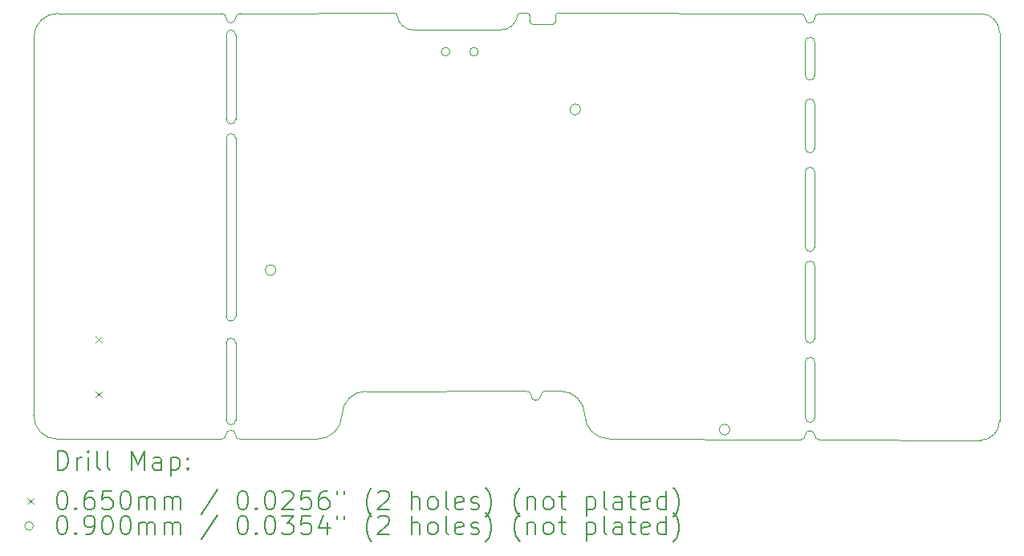
<source format=gbr>
%FSLAX45Y45*%
G04 Gerber Fmt 4.5, Leading zero omitted, Abs format (unit mm)*
G04 Created by KiCad (PCBNEW (6.0.0)) date 2022-01-31 09:48:51*
%MOMM*%
%LPD*%
G01*
G04 APERTURE LIST*
%TA.AperFunction,Profile*%
%ADD10C,0.050000*%
%TD*%
%ADD11C,0.200000*%
%ADD12C,0.065000*%
%ADD13C,0.090000*%
G04 APERTURE END LIST*
D10*
X22206400Y-13589000D02*
G75*
G03*
X22206400Y-13589000I-57600J0D01*
G01*
X25050000Y-9400000D02*
X25050000Y-13500000D01*
X23100000Y-9498800D02*
G75*
G03*
X23000000Y-9498800I-50000J0D01*
G01*
X24850000Y-9200000D02*
X23149921Y-9200241D01*
X22951079Y-9200241D02*
X20391481Y-9195161D01*
X24850000Y-13700000D02*
X23149921Y-13695680D01*
X22951079Y-13695319D02*
X20931423Y-13687311D01*
X23000000Y-10150000D02*
X23000000Y-10200000D01*
X23100000Y-10200000D02*
X23100000Y-10150000D01*
X23100000Y-10150000D02*
G75*
G03*
X23000000Y-10150000I-50000J0D01*
G01*
X23000000Y-10500000D02*
X23000000Y-10618000D01*
X23100000Y-10618000D02*
X23100000Y-10500000D01*
X23000000Y-10618000D02*
G75*
G03*
X23100000Y-10618000I50000J0D01*
G01*
X23000000Y-10870400D02*
X23000000Y-11000000D01*
X23100000Y-11000000D02*
X23100000Y-10870400D01*
X23100000Y-10870400D02*
G75*
G03*
X23000000Y-10870400I-50000J0D01*
G01*
X23000000Y-11659400D02*
G75*
G03*
X23100000Y-11659400I50000J0D01*
G01*
X23000000Y-11861000D02*
X23000000Y-12624600D01*
X23100000Y-12624600D02*
X23100000Y-11861000D01*
X23100000Y-11861000D02*
G75*
G03*
X23000000Y-11861000I-50000J0D01*
G01*
X23000000Y-12624600D02*
G75*
G03*
X23100000Y-12624600I50000J0D01*
G01*
X23000000Y-12877000D02*
X23000000Y-13300000D01*
X23100000Y-13300000D02*
X23100000Y-12877000D01*
X23100000Y-12877000D02*
G75*
G03*
X23000000Y-12877000I-50000J0D01*
G01*
X23000000Y-13300000D02*
X23000000Y-13462800D01*
X23100000Y-13462800D02*
X23100000Y-13300000D01*
X23000000Y-13462800D02*
G75*
G03*
X23100000Y-13462800I50000J0D01*
G01*
X23100000Y-9498800D02*
X23100000Y-9850000D01*
X23000000Y-9850000D02*
X23000000Y-9498800D01*
X23100000Y-10500000D02*
X23100000Y-10200000D01*
X23000000Y-10200000D02*
X23000000Y-10500000D01*
X23100000Y-11000000D02*
X23100000Y-11659400D01*
X23000000Y-11659400D02*
X23000000Y-11000000D01*
X16991000Y-11734800D02*
X16991000Y-12394200D01*
X20091400Y-9281160D02*
G75*
G03*
X20116800Y-9306560I25400J0D01*
G01*
X18694400Y-9220200D02*
G75*
G03*
X18669000Y-9194800I-25400J0D01*
G01*
X20066000Y-9194800D02*
X19989800Y-9194800D01*
X24850000Y-13700000D02*
G75*
G03*
X25050000Y-13500000I0J200000D01*
G01*
X20673813Y-13436921D02*
G75*
G03*
X20419813Y-13182921I-254000J0D01*
G01*
X16840200Y-13690600D02*
G75*
G03*
X16891000Y-13639800I0J50800D01*
G01*
X16891000Y-11605200D02*
X16891000Y-10769600D01*
X20391481Y-9195161D02*
G75*
G03*
X20366081Y-9220561I0J-25400D01*
G01*
X20091400Y-9220200D02*
X20091400Y-9281160D01*
X20091400Y-9220200D02*
G75*
G03*
X20066000Y-9194800I-25400J0D01*
G01*
X16891800Y-9422600D02*
X16891800Y-9552200D01*
X16891000Y-13488200D02*
G75*
G03*
X16991000Y-13488200I50000J0D01*
G01*
X16891800Y-10514800D02*
X16891000Y-10769600D01*
X16889122Y-9246430D02*
G75*
G03*
X16989122Y-9246430I50000J452D01*
G01*
X16991800Y-9552200D02*
X16991800Y-10313200D01*
X18694400Y-9220200D02*
G75*
G03*
X18872200Y-9372600I175082J24345D01*
G01*
X20109119Y-13232359D02*
G75*
G03*
X20208240Y-13233400I49571J443D01*
G01*
X23149921Y-9200241D02*
G75*
G03*
X23099121Y-9251041I0J-50800D01*
G01*
X17854395Y-13688795D02*
X17039042Y-13690961D01*
X20673813Y-13436921D02*
G75*
G03*
X20931423Y-13687311I257610J7324D01*
G01*
X20259040Y-13182600D02*
X20419813Y-13182921D01*
X20631600Y-10210800D02*
G75*
G03*
X20631600Y-10210800I-57600J0D01*
G01*
X20340681Y-9306560D02*
G75*
G03*
X20366081Y-9281160I0J25400D01*
G01*
X20060198Y-13182600D02*
X18366005Y-13184405D01*
X14859000Y-13436600D02*
G75*
G03*
X15113000Y-13690600I254000J0D01*
G01*
X16991000Y-12853400D02*
X16991000Y-13488200D01*
X23100000Y-13650000D02*
G75*
G03*
X23149921Y-13695680I45860J0D01*
G01*
X17854395Y-13688795D02*
G75*
G03*
X18112005Y-13438405I0J257715D01*
G01*
X23000000Y-9850000D02*
G75*
G03*
X23100000Y-9850000I50000J0D01*
G01*
X23100000Y-9250000D02*
X23100000Y-9250000D01*
X16891000Y-13488200D02*
X16891000Y-12853400D01*
X17416600Y-11906000D02*
G75*
G03*
X17416600Y-11906000I-57600J0D01*
G01*
X16891000Y-11605200D02*
X16891000Y-11734800D01*
X16991800Y-10514800D02*
G75*
G03*
X16891800Y-10514800I-50000J0D01*
G01*
X16991000Y-12673800D02*
G75*
G03*
X16891000Y-12673800I-50000J0D01*
G01*
X18872200Y-9372600D02*
X19786600Y-9372600D01*
X25050000Y-9400000D02*
G75*
G03*
X24850000Y-9200000I-200000J0D01*
G01*
X19989800Y-9194800D02*
G75*
G03*
X19964400Y-9220200I0J-25400D01*
G01*
X18669000Y-9194800D02*
X17039043Y-9196671D01*
X16891000Y-12394200D02*
X16891000Y-11734800D01*
X17039043Y-9196671D02*
G75*
G03*
X16989122Y-9246430I0J-49921D01*
G01*
X20366081Y-9220561D02*
X20366081Y-9281160D01*
X18366005Y-13184405D02*
G75*
G03*
X18112005Y-13438405I0J-254000D01*
G01*
X20109119Y-13232359D02*
G75*
G03*
X20060198Y-13182600I-48922J830D01*
G01*
X15114805Y-9196605D02*
G75*
G03*
X14860805Y-9450605I0J-254000D01*
G01*
X19786600Y-9372600D02*
G75*
G03*
X19964400Y-9220200I0J179917D01*
G01*
X16889122Y-9246430D02*
G75*
G03*
X16840201Y-9196671I-48925J827D01*
G01*
X14859000Y-13436600D02*
X14860805Y-9450605D01*
X16991000Y-10769600D02*
X16991800Y-10514800D01*
X23000000Y-9250000D02*
G75*
G03*
X23099121Y-9251041I49571J443D01*
G01*
X20340681Y-9306560D02*
X20116800Y-9306560D01*
X16989121Y-13645281D02*
G75*
G03*
X17039042Y-13690961I45860J0D01*
G01*
X16991800Y-9422600D02*
G75*
G03*
X16891800Y-9422600I-50000J0D01*
G01*
X16991800Y-9552200D02*
X16991800Y-9422600D01*
X22951079Y-13695319D02*
G75*
G03*
X23001879Y-13644519I0J50800D01*
G01*
X16891800Y-10313200D02*
G75*
G03*
X16991800Y-10313200I50000J0D01*
G01*
X16989121Y-13645281D02*
G75*
G03*
X16891000Y-13639800I-49214J0D01*
G01*
X16991000Y-11734800D02*
X16991000Y-11605200D01*
X16840200Y-13690600D02*
X15113000Y-13690600D01*
X16891000Y-12394200D02*
G75*
G03*
X16991000Y-12394200I50000J0D01*
G01*
X16991000Y-12853400D02*
X16991000Y-12673800D01*
X23000000Y-9250000D02*
G75*
G03*
X22951079Y-9200241I-48922J830D01*
G01*
X20259040Y-13182600D02*
G75*
G03*
X20208240Y-13233400I0J-50800D01*
G01*
X16891800Y-10313200D02*
X16891800Y-9552200D01*
X16891000Y-12673800D02*
X16891000Y-12853400D01*
X16989122Y-9246430D02*
X16989122Y-9246430D01*
X23100000Y-13650000D02*
G75*
G03*
X23001879Y-13644519I-49214J0D01*
G01*
X16840201Y-9196671D02*
X15114805Y-9196605D01*
X16991000Y-10769600D02*
X16991000Y-11605200D01*
D11*
D12*
X15513100Y-12607100D02*
X15578100Y-12672100D01*
X15578100Y-12607100D02*
X15513100Y-12672100D01*
X15513100Y-13185100D02*
X15578100Y-13250100D01*
X15578100Y-13185100D02*
X15513100Y-13250100D01*
D13*
X19249800Y-9601200D02*
G75*
G03*
X19249800Y-9601200I-45000J0D01*
G01*
X19549800Y-9601200D02*
G75*
G03*
X19549800Y-9601200I-45000J0D01*
G01*
D11*
X15114119Y-14012976D02*
X15114119Y-13812976D01*
X15161738Y-13812976D01*
X15190309Y-13822500D01*
X15209357Y-13841548D01*
X15218881Y-13860595D01*
X15228405Y-13898690D01*
X15228405Y-13927262D01*
X15218881Y-13965357D01*
X15209357Y-13984405D01*
X15190309Y-14003452D01*
X15161738Y-14012976D01*
X15114119Y-14012976D01*
X15314119Y-14012976D02*
X15314119Y-13879643D01*
X15314119Y-13917738D02*
X15323643Y-13898690D01*
X15333167Y-13889167D01*
X15352214Y-13879643D01*
X15371262Y-13879643D01*
X15437928Y-14012976D02*
X15437928Y-13879643D01*
X15437928Y-13812976D02*
X15428405Y-13822500D01*
X15437928Y-13832024D01*
X15447452Y-13822500D01*
X15437928Y-13812976D01*
X15437928Y-13832024D01*
X15561738Y-14012976D02*
X15542690Y-14003452D01*
X15533167Y-13984405D01*
X15533167Y-13812976D01*
X15666500Y-14012976D02*
X15647452Y-14003452D01*
X15637928Y-13984405D01*
X15637928Y-13812976D01*
X15895071Y-14012976D02*
X15895071Y-13812976D01*
X15961738Y-13955833D01*
X16028405Y-13812976D01*
X16028405Y-14012976D01*
X16209357Y-14012976D02*
X16209357Y-13908214D01*
X16199833Y-13889167D01*
X16180786Y-13879643D01*
X16142690Y-13879643D01*
X16123643Y-13889167D01*
X16209357Y-14003452D02*
X16190309Y-14012976D01*
X16142690Y-14012976D01*
X16123643Y-14003452D01*
X16114119Y-13984405D01*
X16114119Y-13965357D01*
X16123643Y-13946309D01*
X16142690Y-13936786D01*
X16190309Y-13936786D01*
X16209357Y-13927262D01*
X16304595Y-13879643D02*
X16304595Y-14079643D01*
X16304595Y-13889167D02*
X16323643Y-13879643D01*
X16361738Y-13879643D01*
X16380786Y-13889167D01*
X16390309Y-13898690D01*
X16399833Y-13917738D01*
X16399833Y-13974881D01*
X16390309Y-13993928D01*
X16380786Y-14003452D01*
X16361738Y-14012976D01*
X16323643Y-14012976D01*
X16304595Y-14003452D01*
X16485548Y-13993928D02*
X16495071Y-14003452D01*
X16485548Y-14012976D01*
X16476024Y-14003452D01*
X16485548Y-13993928D01*
X16485548Y-14012976D01*
X16485548Y-13889167D02*
X16495071Y-13898690D01*
X16485548Y-13908214D01*
X16476024Y-13898690D01*
X16485548Y-13889167D01*
X16485548Y-13908214D01*
D12*
X14791500Y-14310000D02*
X14856500Y-14375000D01*
X14856500Y-14310000D02*
X14791500Y-14375000D01*
D11*
X15152214Y-14232976D02*
X15171262Y-14232976D01*
X15190309Y-14242500D01*
X15199833Y-14252024D01*
X15209357Y-14271071D01*
X15218881Y-14309167D01*
X15218881Y-14356786D01*
X15209357Y-14394881D01*
X15199833Y-14413928D01*
X15190309Y-14423452D01*
X15171262Y-14432976D01*
X15152214Y-14432976D01*
X15133167Y-14423452D01*
X15123643Y-14413928D01*
X15114119Y-14394881D01*
X15104595Y-14356786D01*
X15104595Y-14309167D01*
X15114119Y-14271071D01*
X15123643Y-14252024D01*
X15133167Y-14242500D01*
X15152214Y-14232976D01*
X15304595Y-14413928D02*
X15314119Y-14423452D01*
X15304595Y-14432976D01*
X15295071Y-14423452D01*
X15304595Y-14413928D01*
X15304595Y-14432976D01*
X15485548Y-14232976D02*
X15447452Y-14232976D01*
X15428405Y-14242500D01*
X15418881Y-14252024D01*
X15399833Y-14280595D01*
X15390309Y-14318690D01*
X15390309Y-14394881D01*
X15399833Y-14413928D01*
X15409357Y-14423452D01*
X15428405Y-14432976D01*
X15466500Y-14432976D01*
X15485548Y-14423452D01*
X15495071Y-14413928D01*
X15504595Y-14394881D01*
X15504595Y-14347262D01*
X15495071Y-14328214D01*
X15485548Y-14318690D01*
X15466500Y-14309167D01*
X15428405Y-14309167D01*
X15409357Y-14318690D01*
X15399833Y-14328214D01*
X15390309Y-14347262D01*
X15685548Y-14232976D02*
X15590309Y-14232976D01*
X15580786Y-14328214D01*
X15590309Y-14318690D01*
X15609357Y-14309167D01*
X15656976Y-14309167D01*
X15676024Y-14318690D01*
X15685548Y-14328214D01*
X15695071Y-14347262D01*
X15695071Y-14394881D01*
X15685548Y-14413928D01*
X15676024Y-14423452D01*
X15656976Y-14432976D01*
X15609357Y-14432976D01*
X15590309Y-14423452D01*
X15580786Y-14413928D01*
X15818881Y-14232976D02*
X15837928Y-14232976D01*
X15856976Y-14242500D01*
X15866500Y-14252024D01*
X15876024Y-14271071D01*
X15885548Y-14309167D01*
X15885548Y-14356786D01*
X15876024Y-14394881D01*
X15866500Y-14413928D01*
X15856976Y-14423452D01*
X15837928Y-14432976D01*
X15818881Y-14432976D01*
X15799833Y-14423452D01*
X15790309Y-14413928D01*
X15780786Y-14394881D01*
X15771262Y-14356786D01*
X15771262Y-14309167D01*
X15780786Y-14271071D01*
X15790309Y-14252024D01*
X15799833Y-14242500D01*
X15818881Y-14232976D01*
X15971262Y-14432976D02*
X15971262Y-14299643D01*
X15971262Y-14318690D02*
X15980786Y-14309167D01*
X15999833Y-14299643D01*
X16028405Y-14299643D01*
X16047452Y-14309167D01*
X16056976Y-14328214D01*
X16056976Y-14432976D01*
X16056976Y-14328214D02*
X16066500Y-14309167D01*
X16085548Y-14299643D01*
X16114119Y-14299643D01*
X16133167Y-14309167D01*
X16142690Y-14328214D01*
X16142690Y-14432976D01*
X16237928Y-14432976D02*
X16237928Y-14299643D01*
X16237928Y-14318690D02*
X16247452Y-14309167D01*
X16266500Y-14299643D01*
X16295071Y-14299643D01*
X16314119Y-14309167D01*
X16323643Y-14328214D01*
X16323643Y-14432976D01*
X16323643Y-14328214D02*
X16333167Y-14309167D01*
X16352214Y-14299643D01*
X16380786Y-14299643D01*
X16399833Y-14309167D01*
X16409357Y-14328214D01*
X16409357Y-14432976D01*
X16799833Y-14223452D02*
X16628405Y-14480595D01*
X17056976Y-14232976D02*
X17076024Y-14232976D01*
X17095071Y-14242500D01*
X17104595Y-14252024D01*
X17114119Y-14271071D01*
X17123643Y-14309167D01*
X17123643Y-14356786D01*
X17114119Y-14394881D01*
X17104595Y-14413928D01*
X17095071Y-14423452D01*
X17076024Y-14432976D01*
X17056976Y-14432976D01*
X17037929Y-14423452D01*
X17028405Y-14413928D01*
X17018881Y-14394881D01*
X17009357Y-14356786D01*
X17009357Y-14309167D01*
X17018881Y-14271071D01*
X17028405Y-14252024D01*
X17037929Y-14242500D01*
X17056976Y-14232976D01*
X17209357Y-14413928D02*
X17218881Y-14423452D01*
X17209357Y-14432976D01*
X17199833Y-14423452D01*
X17209357Y-14413928D01*
X17209357Y-14432976D01*
X17342690Y-14232976D02*
X17361738Y-14232976D01*
X17380786Y-14242500D01*
X17390310Y-14252024D01*
X17399833Y-14271071D01*
X17409357Y-14309167D01*
X17409357Y-14356786D01*
X17399833Y-14394881D01*
X17390310Y-14413928D01*
X17380786Y-14423452D01*
X17361738Y-14432976D01*
X17342690Y-14432976D01*
X17323643Y-14423452D01*
X17314119Y-14413928D01*
X17304595Y-14394881D01*
X17295071Y-14356786D01*
X17295071Y-14309167D01*
X17304595Y-14271071D01*
X17314119Y-14252024D01*
X17323643Y-14242500D01*
X17342690Y-14232976D01*
X17485548Y-14252024D02*
X17495071Y-14242500D01*
X17514119Y-14232976D01*
X17561738Y-14232976D01*
X17580786Y-14242500D01*
X17590310Y-14252024D01*
X17599833Y-14271071D01*
X17599833Y-14290119D01*
X17590310Y-14318690D01*
X17476024Y-14432976D01*
X17599833Y-14432976D01*
X17780786Y-14232976D02*
X17685548Y-14232976D01*
X17676024Y-14328214D01*
X17685548Y-14318690D01*
X17704595Y-14309167D01*
X17752214Y-14309167D01*
X17771262Y-14318690D01*
X17780786Y-14328214D01*
X17790310Y-14347262D01*
X17790310Y-14394881D01*
X17780786Y-14413928D01*
X17771262Y-14423452D01*
X17752214Y-14432976D01*
X17704595Y-14432976D01*
X17685548Y-14423452D01*
X17676024Y-14413928D01*
X17961738Y-14232976D02*
X17923643Y-14232976D01*
X17904595Y-14242500D01*
X17895071Y-14252024D01*
X17876024Y-14280595D01*
X17866500Y-14318690D01*
X17866500Y-14394881D01*
X17876024Y-14413928D01*
X17885548Y-14423452D01*
X17904595Y-14432976D01*
X17942690Y-14432976D01*
X17961738Y-14423452D01*
X17971262Y-14413928D01*
X17980786Y-14394881D01*
X17980786Y-14347262D01*
X17971262Y-14328214D01*
X17961738Y-14318690D01*
X17942690Y-14309167D01*
X17904595Y-14309167D01*
X17885548Y-14318690D01*
X17876024Y-14328214D01*
X17866500Y-14347262D01*
X18056976Y-14232976D02*
X18056976Y-14271071D01*
X18133167Y-14232976D02*
X18133167Y-14271071D01*
X18428405Y-14509167D02*
X18418881Y-14499643D01*
X18399833Y-14471071D01*
X18390310Y-14452024D01*
X18380786Y-14423452D01*
X18371262Y-14375833D01*
X18371262Y-14337738D01*
X18380786Y-14290119D01*
X18390310Y-14261548D01*
X18399833Y-14242500D01*
X18418881Y-14213928D01*
X18428405Y-14204405D01*
X18495071Y-14252024D02*
X18504595Y-14242500D01*
X18523643Y-14232976D01*
X18571262Y-14232976D01*
X18590310Y-14242500D01*
X18599833Y-14252024D01*
X18609357Y-14271071D01*
X18609357Y-14290119D01*
X18599833Y-14318690D01*
X18485548Y-14432976D01*
X18609357Y-14432976D01*
X18847452Y-14432976D02*
X18847452Y-14232976D01*
X18933167Y-14432976D02*
X18933167Y-14328214D01*
X18923643Y-14309167D01*
X18904595Y-14299643D01*
X18876024Y-14299643D01*
X18856976Y-14309167D01*
X18847452Y-14318690D01*
X19056976Y-14432976D02*
X19037929Y-14423452D01*
X19028405Y-14413928D01*
X19018881Y-14394881D01*
X19018881Y-14337738D01*
X19028405Y-14318690D01*
X19037929Y-14309167D01*
X19056976Y-14299643D01*
X19085548Y-14299643D01*
X19104595Y-14309167D01*
X19114119Y-14318690D01*
X19123643Y-14337738D01*
X19123643Y-14394881D01*
X19114119Y-14413928D01*
X19104595Y-14423452D01*
X19085548Y-14432976D01*
X19056976Y-14432976D01*
X19237929Y-14432976D02*
X19218881Y-14423452D01*
X19209357Y-14404405D01*
X19209357Y-14232976D01*
X19390310Y-14423452D02*
X19371262Y-14432976D01*
X19333167Y-14432976D01*
X19314119Y-14423452D01*
X19304595Y-14404405D01*
X19304595Y-14328214D01*
X19314119Y-14309167D01*
X19333167Y-14299643D01*
X19371262Y-14299643D01*
X19390310Y-14309167D01*
X19399833Y-14328214D01*
X19399833Y-14347262D01*
X19304595Y-14366309D01*
X19476024Y-14423452D02*
X19495071Y-14432976D01*
X19533167Y-14432976D01*
X19552214Y-14423452D01*
X19561738Y-14404405D01*
X19561738Y-14394881D01*
X19552214Y-14375833D01*
X19533167Y-14366309D01*
X19504595Y-14366309D01*
X19485548Y-14356786D01*
X19476024Y-14337738D01*
X19476024Y-14328214D01*
X19485548Y-14309167D01*
X19504595Y-14299643D01*
X19533167Y-14299643D01*
X19552214Y-14309167D01*
X19628405Y-14509167D02*
X19637929Y-14499643D01*
X19656976Y-14471071D01*
X19666500Y-14452024D01*
X19676024Y-14423452D01*
X19685548Y-14375833D01*
X19685548Y-14337738D01*
X19676024Y-14290119D01*
X19666500Y-14261548D01*
X19656976Y-14242500D01*
X19637929Y-14213928D01*
X19628405Y-14204405D01*
X19990310Y-14509167D02*
X19980786Y-14499643D01*
X19961738Y-14471071D01*
X19952214Y-14452024D01*
X19942690Y-14423452D01*
X19933167Y-14375833D01*
X19933167Y-14337738D01*
X19942690Y-14290119D01*
X19952214Y-14261548D01*
X19961738Y-14242500D01*
X19980786Y-14213928D01*
X19990310Y-14204405D01*
X20066500Y-14299643D02*
X20066500Y-14432976D01*
X20066500Y-14318690D02*
X20076024Y-14309167D01*
X20095071Y-14299643D01*
X20123643Y-14299643D01*
X20142690Y-14309167D01*
X20152214Y-14328214D01*
X20152214Y-14432976D01*
X20276024Y-14432976D02*
X20256976Y-14423452D01*
X20247452Y-14413928D01*
X20237929Y-14394881D01*
X20237929Y-14337738D01*
X20247452Y-14318690D01*
X20256976Y-14309167D01*
X20276024Y-14299643D01*
X20304595Y-14299643D01*
X20323643Y-14309167D01*
X20333167Y-14318690D01*
X20342690Y-14337738D01*
X20342690Y-14394881D01*
X20333167Y-14413928D01*
X20323643Y-14423452D01*
X20304595Y-14432976D01*
X20276024Y-14432976D01*
X20399833Y-14299643D02*
X20476024Y-14299643D01*
X20428405Y-14232976D02*
X20428405Y-14404405D01*
X20437929Y-14423452D01*
X20456976Y-14432976D01*
X20476024Y-14432976D01*
X20695071Y-14299643D02*
X20695071Y-14499643D01*
X20695071Y-14309167D02*
X20714119Y-14299643D01*
X20752214Y-14299643D01*
X20771262Y-14309167D01*
X20780786Y-14318690D01*
X20790310Y-14337738D01*
X20790310Y-14394881D01*
X20780786Y-14413928D01*
X20771262Y-14423452D01*
X20752214Y-14432976D01*
X20714119Y-14432976D01*
X20695071Y-14423452D01*
X20904595Y-14432976D02*
X20885548Y-14423452D01*
X20876024Y-14404405D01*
X20876024Y-14232976D01*
X21066500Y-14432976D02*
X21066500Y-14328214D01*
X21056976Y-14309167D01*
X21037929Y-14299643D01*
X20999833Y-14299643D01*
X20980786Y-14309167D01*
X21066500Y-14423452D02*
X21047452Y-14432976D01*
X20999833Y-14432976D01*
X20980786Y-14423452D01*
X20971262Y-14404405D01*
X20971262Y-14385357D01*
X20980786Y-14366309D01*
X20999833Y-14356786D01*
X21047452Y-14356786D01*
X21066500Y-14347262D01*
X21133167Y-14299643D02*
X21209357Y-14299643D01*
X21161738Y-14232976D02*
X21161738Y-14404405D01*
X21171262Y-14423452D01*
X21190310Y-14432976D01*
X21209357Y-14432976D01*
X21352214Y-14423452D02*
X21333167Y-14432976D01*
X21295071Y-14432976D01*
X21276024Y-14423452D01*
X21266500Y-14404405D01*
X21266500Y-14328214D01*
X21276024Y-14309167D01*
X21295071Y-14299643D01*
X21333167Y-14299643D01*
X21352214Y-14309167D01*
X21361738Y-14328214D01*
X21361738Y-14347262D01*
X21266500Y-14366309D01*
X21533167Y-14432976D02*
X21533167Y-14232976D01*
X21533167Y-14423452D02*
X21514119Y-14432976D01*
X21476024Y-14432976D01*
X21456976Y-14423452D01*
X21447452Y-14413928D01*
X21437929Y-14394881D01*
X21437929Y-14337738D01*
X21447452Y-14318690D01*
X21456976Y-14309167D01*
X21476024Y-14299643D01*
X21514119Y-14299643D01*
X21533167Y-14309167D01*
X21609357Y-14509167D02*
X21618881Y-14499643D01*
X21637929Y-14471071D01*
X21647452Y-14452024D01*
X21656976Y-14423452D01*
X21666500Y-14375833D01*
X21666500Y-14337738D01*
X21656976Y-14290119D01*
X21647452Y-14261548D01*
X21637929Y-14242500D01*
X21618881Y-14213928D01*
X21609357Y-14204405D01*
D13*
X14856500Y-14606500D02*
G75*
G03*
X14856500Y-14606500I-45000J0D01*
G01*
D11*
X15152214Y-14496976D02*
X15171262Y-14496976D01*
X15190309Y-14506500D01*
X15199833Y-14516024D01*
X15209357Y-14535071D01*
X15218881Y-14573167D01*
X15218881Y-14620786D01*
X15209357Y-14658881D01*
X15199833Y-14677928D01*
X15190309Y-14687452D01*
X15171262Y-14696976D01*
X15152214Y-14696976D01*
X15133167Y-14687452D01*
X15123643Y-14677928D01*
X15114119Y-14658881D01*
X15104595Y-14620786D01*
X15104595Y-14573167D01*
X15114119Y-14535071D01*
X15123643Y-14516024D01*
X15133167Y-14506500D01*
X15152214Y-14496976D01*
X15304595Y-14677928D02*
X15314119Y-14687452D01*
X15304595Y-14696976D01*
X15295071Y-14687452D01*
X15304595Y-14677928D01*
X15304595Y-14696976D01*
X15409357Y-14696976D02*
X15447452Y-14696976D01*
X15466500Y-14687452D01*
X15476024Y-14677928D01*
X15495071Y-14649357D01*
X15504595Y-14611262D01*
X15504595Y-14535071D01*
X15495071Y-14516024D01*
X15485548Y-14506500D01*
X15466500Y-14496976D01*
X15428405Y-14496976D01*
X15409357Y-14506500D01*
X15399833Y-14516024D01*
X15390309Y-14535071D01*
X15390309Y-14582690D01*
X15399833Y-14601738D01*
X15409357Y-14611262D01*
X15428405Y-14620786D01*
X15466500Y-14620786D01*
X15485548Y-14611262D01*
X15495071Y-14601738D01*
X15504595Y-14582690D01*
X15628405Y-14496976D02*
X15647452Y-14496976D01*
X15666500Y-14506500D01*
X15676024Y-14516024D01*
X15685548Y-14535071D01*
X15695071Y-14573167D01*
X15695071Y-14620786D01*
X15685548Y-14658881D01*
X15676024Y-14677928D01*
X15666500Y-14687452D01*
X15647452Y-14696976D01*
X15628405Y-14696976D01*
X15609357Y-14687452D01*
X15599833Y-14677928D01*
X15590309Y-14658881D01*
X15580786Y-14620786D01*
X15580786Y-14573167D01*
X15590309Y-14535071D01*
X15599833Y-14516024D01*
X15609357Y-14506500D01*
X15628405Y-14496976D01*
X15818881Y-14496976D02*
X15837928Y-14496976D01*
X15856976Y-14506500D01*
X15866500Y-14516024D01*
X15876024Y-14535071D01*
X15885548Y-14573167D01*
X15885548Y-14620786D01*
X15876024Y-14658881D01*
X15866500Y-14677928D01*
X15856976Y-14687452D01*
X15837928Y-14696976D01*
X15818881Y-14696976D01*
X15799833Y-14687452D01*
X15790309Y-14677928D01*
X15780786Y-14658881D01*
X15771262Y-14620786D01*
X15771262Y-14573167D01*
X15780786Y-14535071D01*
X15790309Y-14516024D01*
X15799833Y-14506500D01*
X15818881Y-14496976D01*
X15971262Y-14696976D02*
X15971262Y-14563643D01*
X15971262Y-14582690D02*
X15980786Y-14573167D01*
X15999833Y-14563643D01*
X16028405Y-14563643D01*
X16047452Y-14573167D01*
X16056976Y-14592214D01*
X16056976Y-14696976D01*
X16056976Y-14592214D02*
X16066500Y-14573167D01*
X16085548Y-14563643D01*
X16114119Y-14563643D01*
X16133167Y-14573167D01*
X16142690Y-14592214D01*
X16142690Y-14696976D01*
X16237928Y-14696976D02*
X16237928Y-14563643D01*
X16237928Y-14582690D02*
X16247452Y-14573167D01*
X16266500Y-14563643D01*
X16295071Y-14563643D01*
X16314119Y-14573167D01*
X16323643Y-14592214D01*
X16323643Y-14696976D01*
X16323643Y-14592214D02*
X16333167Y-14573167D01*
X16352214Y-14563643D01*
X16380786Y-14563643D01*
X16399833Y-14573167D01*
X16409357Y-14592214D01*
X16409357Y-14696976D01*
X16799833Y-14487452D02*
X16628405Y-14744595D01*
X17056976Y-14496976D02*
X17076024Y-14496976D01*
X17095071Y-14506500D01*
X17104595Y-14516024D01*
X17114119Y-14535071D01*
X17123643Y-14573167D01*
X17123643Y-14620786D01*
X17114119Y-14658881D01*
X17104595Y-14677928D01*
X17095071Y-14687452D01*
X17076024Y-14696976D01*
X17056976Y-14696976D01*
X17037929Y-14687452D01*
X17028405Y-14677928D01*
X17018881Y-14658881D01*
X17009357Y-14620786D01*
X17009357Y-14573167D01*
X17018881Y-14535071D01*
X17028405Y-14516024D01*
X17037929Y-14506500D01*
X17056976Y-14496976D01*
X17209357Y-14677928D02*
X17218881Y-14687452D01*
X17209357Y-14696976D01*
X17199833Y-14687452D01*
X17209357Y-14677928D01*
X17209357Y-14696976D01*
X17342690Y-14496976D02*
X17361738Y-14496976D01*
X17380786Y-14506500D01*
X17390310Y-14516024D01*
X17399833Y-14535071D01*
X17409357Y-14573167D01*
X17409357Y-14620786D01*
X17399833Y-14658881D01*
X17390310Y-14677928D01*
X17380786Y-14687452D01*
X17361738Y-14696976D01*
X17342690Y-14696976D01*
X17323643Y-14687452D01*
X17314119Y-14677928D01*
X17304595Y-14658881D01*
X17295071Y-14620786D01*
X17295071Y-14573167D01*
X17304595Y-14535071D01*
X17314119Y-14516024D01*
X17323643Y-14506500D01*
X17342690Y-14496976D01*
X17476024Y-14496976D02*
X17599833Y-14496976D01*
X17533167Y-14573167D01*
X17561738Y-14573167D01*
X17580786Y-14582690D01*
X17590310Y-14592214D01*
X17599833Y-14611262D01*
X17599833Y-14658881D01*
X17590310Y-14677928D01*
X17580786Y-14687452D01*
X17561738Y-14696976D01*
X17504595Y-14696976D01*
X17485548Y-14687452D01*
X17476024Y-14677928D01*
X17780786Y-14496976D02*
X17685548Y-14496976D01*
X17676024Y-14592214D01*
X17685548Y-14582690D01*
X17704595Y-14573167D01*
X17752214Y-14573167D01*
X17771262Y-14582690D01*
X17780786Y-14592214D01*
X17790310Y-14611262D01*
X17790310Y-14658881D01*
X17780786Y-14677928D01*
X17771262Y-14687452D01*
X17752214Y-14696976D01*
X17704595Y-14696976D01*
X17685548Y-14687452D01*
X17676024Y-14677928D01*
X17961738Y-14563643D02*
X17961738Y-14696976D01*
X17914119Y-14487452D02*
X17866500Y-14630309D01*
X17990310Y-14630309D01*
X18056976Y-14496976D02*
X18056976Y-14535071D01*
X18133167Y-14496976D02*
X18133167Y-14535071D01*
X18428405Y-14773167D02*
X18418881Y-14763643D01*
X18399833Y-14735071D01*
X18390310Y-14716024D01*
X18380786Y-14687452D01*
X18371262Y-14639833D01*
X18371262Y-14601738D01*
X18380786Y-14554119D01*
X18390310Y-14525548D01*
X18399833Y-14506500D01*
X18418881Y-14477928D01*
X18428405Y-14468405D01*
X18495071Y-14516024D02*
X18504595Y-14506500D01*
X18523643Y-14496976D01*
X18571262Y-14496976D01*
X18590310Y-14506500D01*
X18599833Y-14516024D01*
X18609357Y-14535071D01*
X18609357Y-14554119D01*
X18599833Y-14582690D01*
X18485548Y-14696976D01*
X18609357Y-14696976D01*
X18847452Y-14696976D02*
X18847452Y-14496976D01*
X18933167Y-14696976D02*
X18933167Y-14592214D01*
X18923643Y-14573167D01*
X18904595Y-14563643D01*
X18876024Y-14563643D01*
X18856976Y-14573167D01*
X18847452Y-14582690D01*
X19056976Y-14696976D02*
X19037929Y-14687452D01*
X19028405Y-14677928D01*
X19018881Y-14658881D01*
X19018881Y-14601738D01*
X19028405Y-14582690D01*
X19037929Y-14573167D01*
X19056976Y-14563643D01*
X19085548Y-14563643D01*
X19104595Y-14573167D01*
X19114119Y-14582690D01*
X19123643Y-14601738D01*
X19123643Y-14658881D01*
X19114119Y-14677928D01*
X19104595Y-14687452D01*
X19085548Y-14696976D01*
X19056976Y-14696976D01*
X19237929Y-14696976D02*
X19218881Y-14687452D01*
X19209357Y-14668405D01*
X19209357Y-14496976D01*
X19390310Y-14687452D02*
X19371262Y-14696976D01*
X19333167Y-14696976D01*
X19314119Y-14687452D01*
X19304595Y-14668405D01*
X19304595Y-14592214D01*
X19314119Y-14573167D01*
X19333167Y-14563643D01*
X19371262Y-14563643D01*
X19390310Y-14573167D01*
X19399833Y-14592214D01*
X19399833Y-14611262D01*
X19304595Y-14630309D01*
X19476024Y-14687452D02*
X19495071Y-14696976D01*
X19533167Y-14696976D01*
X19552214Y-14687452D01*
X19561738Y-14668405D01*
X19561738Y-14658881D01*
X19552214Y-14639833D01*
X19533167Y-14630309D01*
X19504595Y-14630309D01*
X19485548Y-14620786D01*
X19476024Y-14601738D01*
X19476024Y-14592214D01*
X19485548Y-14573167D01*
X19504595Y-14563643D01*
X19533167Y-14563643D01*
X19552214Y-14573167D01*
X19628405Y-14773167D02*
X19637929Y-14763643D01*
X19656976Y-14735071D01*
X19666500Y-14716024D01*
X19676024Y-14687452D01*
X19685548Y-14639833D01*
X19685548Y-14601738D01*
X19676024Y-14554119D01*
X19666500Y-14525548D01*
X19656976Y-14506500D01*
X19637929Y-14477928D01*
X19628405Y-14468405D01*
X19990310Y-14773167D02*
X19980786Y-14763643D01*
X19961738Y-14735071D01*
X19952214Y-14716024D01*
X19942690Y-14687452D01*
X19933167Y-14639833D01*
X19933167Y-14601738D01*
X19942690Y-14554119D01*
X19952214Y-14525548D01*
X19961738Y-14506500D01*
X19980786Y-14477928D01*
X19990310Y-14468405D01*
X20066500Y-14563643D02*
X20066500Y-14696976D01*
X20066500Y-14582690D02*
X20076024Y-14573167D01*
X20095071Y-14563643D01*
X20123643Y-14563643D01*
X20142690Y-14573167D01*
X20152214Y-14592214D01*
X20152214Y-14696976D01*
X20276024Y-14696976D02*
X20256976Y-14687452D01*
X20247452Y-14677928D01*
X20237929Y-14658881D01*
X20237929Y-14601738D01*
X20247452Y-14582690D01*
X20256976Y-14573167D01*
X20276024Y-14563643D01*
X20304595Y-14563643D01*
X20323643Y-14573167D01*
X20333167Y-14582690D01*
X20342690Y-14601738D01*
X20342690Y-14658881D01*
X20333167Y-14677928D01*
X20323643Y-14687452D01*
X20304595Y-14696976D01*
X20276024Y-14696976D01*
X20399833Y-14563643D02*
X20476024Y-14563643D01*
X20428405Y-14496976D02*
X20428405Y-14668405D01*
X20437929Y-14687452D01*
X20456976Y-14696976D01*
X20476024Y-14696976D01*
X20695071Y-14563643D02*
X20695071Y-14763643D01*
X20695071Y-14573167D02*
X20714119Y-14563643D01*
X20752214Y-14563643D01*
X20771262Y-14573167D01*
X20780786Y-14582690D01*
X20790310Y-14601738D01*
X20790310Y-14658881D01*
X20780786Y-14677928D01*
X20771262Y-14687452D01*
X20752214Y-14696976D01*
X20714119Y-14696976D01*
X20695071Y-14687452D01*
X20904595Y-14696976D02*
X20885548Y-14687452D01*
X20876024Y-14668405D01*
X20876024Y-14496976D01*
X21066500Y-14696976D02*
X21066500Y-14592214D01*
X21056976Y-14573167D01*
X21037929Y-14563643D01*
X20999833Y-14563643D01*
X20980786Y-14573167D01*
X21066500Y-14687452D02*
X21047452Y-14696976D01*
X20999833Y-14696976D01*
X20980786Y-14687452D01*
X20971262Y-14668405D01*
X20971262Y-14649357D01*
X20980786Y-14630309D01*
X20999833Y-14620786D01*
X21047452Y-14620786D01*
X21066500Y-14611262D01*
X21133167Y-14563643D02*
X21209357Y-14563643D01*
X21161738Y-14496976D02*
X21161738Y-14668405D01*
X21171262Y-14687452D01*
X21190310Y-14696976D01*
X21209357Y-14696976D01*
X21352214Y-14687452D02*
X21333167Y-14696976D01*
X21295071Y-14696976D01*
X21276024Y-14687452D01*
X21266500Y-14668405D01*
X21266500Y-14592214D01*
X21276024Y-14573167D01*
X21295071Y-14563643D01*
X21333167Y-14563643D01*
X21352214Y-14573167D01*
X21361738Y-14592214D01*
X21361738Y-14611262D01*
X21266500Y-14630309D01*
X21533167Y-14696976D02*
X21533167Y-14496976D01*
X21533167Y-14687452D02*
X21514119Y-14696976D01*
X21476024Y-14696976D01*
X21456976Y-14687452D01*
X21447452Y-14677928D01*
X21437929Y-14658881D01*
X21437929Y-14601738D01*
X21447452Y-14582690D01*
X21456976Y-14573167D01*
X21476024Y-14563643D01*
X21514119Y-14563643D01*
X21533167Y-14573167D01*
X21609357Y-14773167D02*
X21618881Y-14763643D01*
X21637929Y-14735071D01*
X21647452Y-14716024D01*
X21656976Y-14687452D01*
X21666500Y-14639833D01*
X21666500Y-14601738D01*
X21656976Y-14554119D01*
X21647452Y-14525548D01*
X21637929Y-14506500D01*
X21618881Y-14477928D01*
X21609357Y-14468405D01*
M02*

</source>
